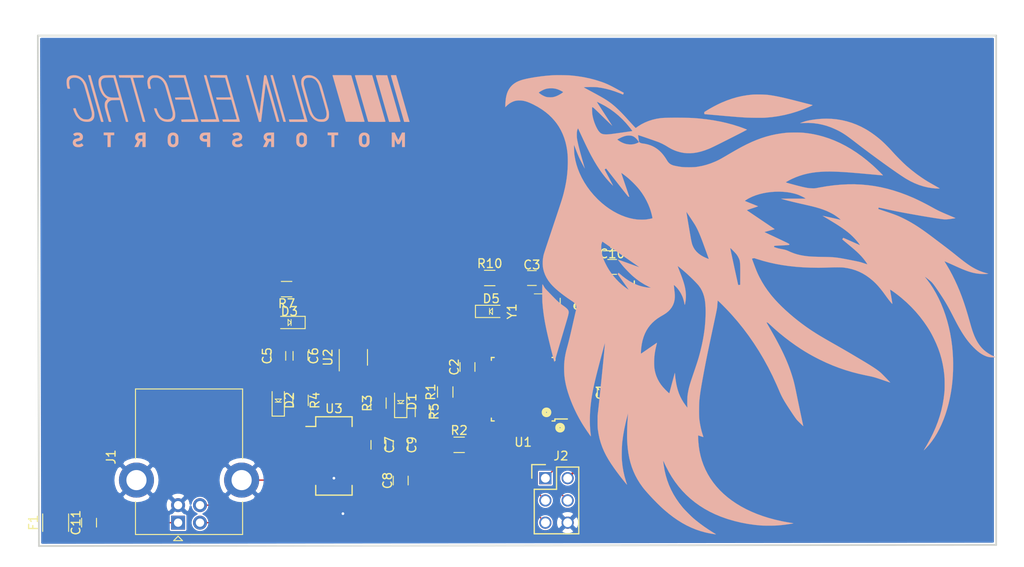
<source format=kicad_pcb>
(kicad_pcb (version 20171130) (host pcbnew 5.1.9-73d0e3b20d~88~ubuntu20.04.1)
  (layers (0 F.Cu signal) (31 B.Cu signal) (34 B.Paste user) (35 F.Paste user) (36 B.SilkS user) (37 F.SilkS user) (38 B.Mask user) (39 F.Mask user) (44 Edge.Cuts user))
  (net 0 "")
  (net 1 GND)
  (net 2 +5V)
  (net 3 "Net-(C2-Pad1)")
  (net 4 "Net-(C3-Pad1)")
  (net 5 "Net-(C4-Pad1)")
  (net 6 +3V3)
  (net 7 /3V3_FTDI)
  (net 8 "Net-(C11-Pad1)")
  (net 9 /MISO)
  (net 10 /SCK)
  (net 11 /MOSI)
  (net 12 /RESET)
  (net 13 "Net-(D1-Pad2)")
  (net 14 "Net-(D2-Pad2)")
  (net 15 "Net-(R5-Pad1)")
  (net 16 "Net-(R6-Pad1)")
  (net 17 "Net-(D3-Pad1)")
  (net 18 "Net-(D4-Pad1)")
  (net 19 /CAN_+)
  (net 20 /CAN_-)
  (net 21 "Net-(D5-Pad1)")
  (net 22 "Net-(U1-Pad3)")
  (net 23 /CAN_TX)
  (net 24 /CAN_RX)
  (net 25 "Net-(U1-Pad8)")
  (net 26 "Net-(U1-Pad9)")
  (net 27 "Net-(U1-Pad13)")
  (net 28 "Net-(U1-Pad14)")
  (net 29 "Net-(U1-Pad15)")
  (net 30 "Net-(U1-Pad16)")
  (net 31 "Net-(U1-Pad17)")
  (net 32 "Net-(U1-Pad18)")
  (net 33 "Net-(U1-Pad21)")
  (net 34 "Net-(U1-Pad22)")
  (net 35 "Net-(U1-Pad23)")
  (net 36 "Net-(U1-Pad24)")
  (net 37 "Net-(U1-Pad25)")
  (net 38 "Net-(U1-Pad26)")
  (net 39 "Net-(U1-Pad27)")
  (net 40 "Net-(U1-Pad28)")
  (net 41 "Net-(U1-Pad29)")
  (net 42 "Net-(U1-Pad30)")
  (net 43 "Net-(U1-Pad32)")
  (net 44 "Net-(U2-Pad4)")
  (net 45 "Net-(U3-Pad1)")
  (net 46 "Net-(U3-Pad2)")
  (net 47 "Net-(U3-Pad5)")
  (net 48 "Net-(U3-Pad7)")
  (net 49 "Net-(U3-Pad8)")
  (net 50 "Net-(U3-Pad9)")
  (net 51 "Net-(D2-Pad1)")
  (net 52 /USBD+)
  (net 53 /USBD-)
  (net 54 "Net-(D1-Pad1)")
  (net 55 "Net-(U3-Pad18)")
  (net 56 "Net-(U3-Pad19)")
  (net 57 "Net-(U4-Pad5)")
  (module footprints:LED_0805_OEM (layer F.Cu) (at 127 109.22 180)
    (fp_text reference D3 (at 0 1.27) (layer F.SilkS))
    (fp_text value 3V3_LED hide)
    (pad 1 smd rect (at -1.1 0) (size 1.2 1.2) (layers F.Cu F.Paste F.Mask) (net 17 "Net-(D3-Pad1)"))
    (pad 2 smd rect (at 1.1 0) (size 1.2 1.2) (layers F.Cu F.Paste F.Mask) (net 6 +3V3))
  )
  (module footprints:LED_0805_OEM (layer F.Cu) (at 139.7 118.28 90)
    (fp_text reference D1 (at 0 1.27 90) (layer F.SilkS))
    (fp_text value Rx_LED hide)
    (pad 1 smd rect (at -1.1 0 270) (size 1.2 1.2) (layers F.Cu F.Paste F.Mask) (net 54 "Net-(D1-Pad1)"))
    (pad 2 smd rect (at 1.1 0 270) (size 1.2 1.2) (layers F.Cu F.Paste F.Mask) (net 13 "Net-(D1-Pad2)"))
  )
  (module footprints:LED_0805_OEM (layer F.Cu) (at 163.83 100.33 180)
    (fp_text reference D4 (at 0 1.27) (layer F.SilkS))
    (fp_text value 5V_LED hide)
    (pad 1 smd rect (at -1.1 0) (size 1.2 1.2) (layers F.Cu F.Paste F.Mask) (net 18 "Net-(D4-Pad1)"))
    (pad 2 smd rect (at 1.1 0) (size 1.2 1.2) (layers F.Cu F.Paste F.Mask) (net 2 +5V))
  )
  (module footprints:LED_0805_OEM (layer F.Cu) (at 150.03 107.95)
    (fp_text reference D5 (at 0 -1.45) (layer F.SilkS))
    (fp_text value SCK_LED hide)
    (pad 1 smd rect (at -1.1 0 180) (size 1.2 1.2) (layers F.Cu F.Paste F.Mask) (net 21 "Net-(D5-Pad1)"))
    (pad 2 smd rect (at 1.1 0 180) (size 1.2 1.2) (layers F.Cu F.Paste F.Mask) (net 10 /SCK))
  )
  (module footprints:LED_0805_OEM (layer F.Cu) (at 125.73 118.11 90)
    (fp_text reference D2 (at 0 1.27 90) (layer F.SilkS))
    (fp_text value Tx_LED hide)
    (pad 1 smd rect (at -1.1 0 270) (size 1.2 1.2) (layers F.Cu F.Paste F.Mask) (net 51 "Net-(D2-Pad1)"))
    (pad 2 smd rect (at 1.1 0 270) (size 1.2 1.2) (layers F.Cu F.Paste F.Mask) (net 14 "Net-(D2-Pad2)"))
  )
  (module footprints:C_0805_OEM (layer F.Cu) (at 163.83 102.87)
    (fp_text reference C10 (at 0 -1.5) (layer F.SilkS))
    (fp_text value C_0.1uF hide)
    (pad 1 smd rect (at -1 0) (size 1 1.25) (layers F.Cu F.Paste F.Mask) (net 2 +5V))
    (pad 2 smd rect (at 1 0) (size 1 1.25) (layers F.Cu F.Paste F.Mask) (net 1 GND))
  )
  (module footprints:R_0805_OEM (layer F.Cu) (at 149.86 104.14)
    (fp_text reference R10 (at 0 -1.65) (layer F.SilkS))
    (fp_text value R_1K hide)
    (pad 2 smd rect (at 0.95 0) (size 0.7 1.3) (layers F.Cu F.Paste F.Mask) (net 1 GND))
    (pad 1 smd rect (at -0.95 0) (size 0.7 1.3) (layers F.Cu F.Paste F.Mask) (net 21 "Net-(D5-Pad1)"))
  )
  (module footprints:R_0805_OEM (layer F.Cu) (at 163.83 113.03 180)
    (fp_text reference R9 (at 0 -1.65) (layer F.SilkS))
    (fp_text value R_120_DNP hide)
    (pad 1 smd rect (at -0.95 0 180) (size 0.7 1.3) (layers F.Cu F.Paste F.Mask) (net 19 /CAN_+))
    (pad 2 smd rect (at 0.95 0 180) (size 0.7 1.3) (layers F.Cu F.Paste F.Mask) (net 20 /CAN_-))
  )
  (module Package_SO:SSOP-20_3.9x8.7mm_P0.635mm (layer F.Cu) (at 132.08 124.46)
    (fp_text reference U3 (at 0 -5.4) (layer F.SilkS))
    (fp_text value FT231XS)
    (pad 1 smd rect (at -2.6 -2.8575) (size 1.2 0.4) (layers F.Cu F.Paste F.Mask) (net 45 "Net-(U3-Pad1)"))
    (pad 2 smd rect (at -2.6 -2.2225) (size 1.2 0.4) (layers F.Cu F.Paste F.Mask) (net 46 "Net-(U3-Pad2)"))
    (pad 3 smd rect (at -2.6 -1.5875) (size 1.2 0.4) (layers F.Cu F.Paste F.Mask) (net 7 /3V3_FTDI))
    (pad 4 smd rect (at -2.6 -0.9525) (size 1.2 0.4) (layers F.Cu F.Paste F.Mask) (net 16 "Net-(R6-Pad1)"))
    (pad 5 smd rect (at -2.6 -0.3175) (size 1.2 0.4) (layers F.Cu F.Paste F.Mask) (net 47 "Net-(U3-Pad5)"))
    (pad 6 smd rect (at -2.6 0.3175) (size 1.2 0.4) (layers F.Cu F.Paste F.Mask) (net 1 GND))
    (pad 7 smd rect (at -2.6 0.9525) (size 1.2 0.4) (layers F.Cu F.Paste F.Mask) (net 48 "Net-(U3-Pad7)"))
    (pad 8 smd rect (at -2.6 1.5875) (size 1.2 0.4) (layers F.Cu F.Paste F.Mask) (net 49 "Net-(U3-Pad8)"))
    (pad 9 smd rect (at -2.6 2.2225) (size 1.2 0.4) (layers F.Cu F.Paste F.Mask) (net 50 "Net-(U3-Pad9)"))
    (pad 10 smd rect (at -2.6 2.8575) (size 1.2 0.4) (layers F.Cu F.Paste F.Mask) (net 51 "Net-(D2-Pad1)"))
    (pad 11 smd rect (at 2.6 2.8575) (size 1.2 0.4) (layers F.Cu F.Paste F.Mask) (net 52 /USBD+))
    (pad 12 smd rect (at 2.6 2.2225) (size 1.2 0.4) (layers F.Cu F.Paste F.Mask) (net 53 /USBD-))
    (pad 13 smd rect (at 2.6 1.5875) (size 1.2 0.4) (layers F.Cu F.Paste F.Mask) (net 7 /3V3_FTDI))
    (pad 14 smd rect (at 2.6 0.9525) (size 1.2 0.4) (layers F.Cu F.Paste F.Mask) (net 7 /3V3_FTDI))
    (pad 15 smd rect (at 2.6 0.3175) (size 1.2 0.4) (layers F.Cu F.Paste F.Mask) (net 2 +5V))
    (pad 16 smd rect (at 2.6 -0.3175) (size 1.2 0.4) (layers F.Cu F.Paste F.Mask) (net 1 GND))
    (pad 17 smd rect (at 2.6 -0.9525) (size 1.2 0.4) (layers F.Cu F.Paste F.Mask) (net 54 "Net-(D1-Pad1)"))
    (pad 18 smd rect (at 2.6 -1.5875) (size 1.2 0.4) (layers F.Cu F.Paste F.Mask) (net 55 "Net-(U3-Pad18)"))
    (pad 19 smd rect (at 2.6 -2.2225) (size 1.2 0.4) (layers F.Cu F.Paste F.Mask) (net 56 "Net-(U3-Pad19)"))
    (pad 20 smd rect (at 2.6 -2.8575) (size 1.2 0.4) (layers F.Cu F.Paste F.Mask) (net 15 "Net-(R5-Pad1)"))
  )
  (module footprints:R_0805_OEM (layer F.Cu) (at 167.64 101.28 270)
    (fp_text reference R8 (at 0 -1.65 90) (layer F.SilkS))
    (fp_text value R_1K hide)
    (pad 1 smd rect (at -0.95 0 270) (size 0.7 1.3) (layers F.Cu F.Paste F.Mask) (net 18 "Net-(D4-Pad1)"))
    (pad 2 smd rect (at 0.95 0 270) (size 0.7 1.3) (layers F.Cu F.Paste F.Mask) (net 1 GND))
  )
  (module Connector_USB:USB_B_Lumberg_2411_02_Horizontal (layer F.Cu) (at 114.3 132.08 90)
    (fp_text reference J1 (at 7.5 -7.65 90) (layer F.SilkS))
    (fp_text value USB_B)
    (pad 5 thru_hole circle (at 4.86 -4.75 180) (size 4 4) (drill 2.3) (layers *.Cu *.Mask) (net 1 GND))
    (pad 5 thru_hole circle (at 4.86 7.25 180) (size 4 4) (drill 2.3) (layers *.Cu *.Mask) (net 1 GND))
    (pad 4 thru_hole circle (at 2 0 180) (size 1.6 1.6) (drill 0.95) (layers *.Cu *.Mask) (net 1 GND))
    (pad 3 thru_hole circle (at 2 2.5 180) (size 1.6 1.6) (drill 0.95) (layers *.Cu *.Mask) (net 53 /USBD-))
    (pad 2 thru_hole circle (at 0 2.5 180) (size 1.6 1.6) (drill 0.95) (layers *.Cu *.Mask) (net 52 /USBD+))
    (pad 1 thru_hole rect (at 0 0 180) (size 1.6 1.6) (drill 0.95) (layers *.Cu *.Mask) (net 8 "Net-(C11-Pad1)"))
  )
  (module footprints:R_0805_OEM (layer F.Cu) (at 126.68 105.41 180)
    (fp_text reference R7 (at 0 -1.65) (layer F.SilkS))
    (fp_text value R_1K hide)
    (pad 2 smd rect (at 0.95 0 180) (size 0.7 1.3) (layers F.Cu F.Paste F.Mask) (net 1 GND))
    (pad 1 smd rect (at -0.95 0 180) (size 0.7 1.3) (layers F.Cu F.Paste F.Mask) (net 17 "Net-(D3-Pad1)"))
  )
  (module footprints:R_0805_OEM (layer F.Cu) (at 142.24 119.38 90)
    (fp_text reference R5 (at 0 1.27 90) (layer F.SilkS))
    (fp_text value R_1K hide)
    (pad 1 smd rect (at -0.95 0 90) (size 0.7 1.3) (layers F.Cu F.Paste F.Mask) (net 15 "Net-(R5-Pad1)"))
    (pad 2 smd rect (at 0.95 0 90) (size 0.7 1.3) (layers F.Cu F.Paste F.Mask) (net 10 /SCK))
  )
  (module footprints:R_0805_OEM (layer F.Cu) (at 144.78 117.16 90)
    (fp_text reference R1 (at 0 -1.65 90) (layer F.SilkS))
    (fp_text value R_100 hide)
    (pad 1 smd rect (at -0.95 0 90) (size 0.7 1.3) (layers F.Cu F.Paste F.Mask) (net 2 +5V))
    (pad 2 smd rect (at 0.95 0 90) (size 0.7 1.3) (layers F.Cu F.Paste F.Mask) (net 3 "Net-(C2-Pad1)"))
  )
  (module footprints:C_0805_OEM (layer F.Cu) (at 139.7 123.19 90)
    (fp_text reference C9 (at 0 1.27 90) (layer F.SilkS))
    (fp_text value C_10uF hide)
    (pad 1 smd rect (at -1 0 90) (size 1 1.25) (layers F.Cu F.Paste F.Mask) (net 2 +5V))
    (pad 2 smd rect (at 1 0 90) (size 1 1.25) (layers F.Cu F.Paste F.Mask) (net 1 GND))
  )
  (module footprints:C_0805_OEM (layer F.Cu) (at 125.73 113.03 270)
    (fp_text reference C5 (at 0 1.27 90) (layer F.SilkS))
    (fp_text value C_10uF hide)
    (pad 2 smd rect (at 1 0 270) (size 1 1.25) (layers F.Cu F.Paste F.Mask) (net 1 GND))
    (pad 1 smd rect (at -1 0 270) (size 1 1.25) (layers F.Cu F.Paste F.Mask) (net 6 +3V3))
  )
  (module footprints:R_0805_OEM (layer F.Cu) (at 128.27 118.11 270)
    (fp_text reference R4 (at 0 -1.65 90) (layer F.SilkS))
    (fp_text value R_1K hide)
    (pad 2 smd rect (at 0.95 0 270) (size 0.7 1.3) (layers F.Cu F.Paste F.Mask) (net 2 +5V))
    (pad 1 smd rect (at -0.95 0 270) (size 0.7 1.3) (layers F.Cu F.Paste F.Mask) (net 14 "Net-(D2-Pad2)"))
  )
  (module footprints:C_0805_OEM (layer F.Cu) (at 137.16 123.19 90)
    (fp_text reference C7 (at 0 1.27 90) (layer F.SilkS))
    (fp_text value C_0.1uF hide)
    (pad 2 smd rect (at 1 0 90) (size 1 1.25) (layers F.Cu F.Paste F.Mask) (net 1 GND))
    (pad 1 smd rect (at -1 0 90) (size 1 1.25) (layers F.Cu F.Paste F.Mask) (net 2 +5V))
  )
  (module footprints:C_0805_OEM (layer F.Cu) (at 104.14 132.08 90)
    (fp_text reference C11 (at 0 -1.5 90) (layer F.SilkS))
    (fp_text value C_0.1uF hide)
    (pad 2 smd rect (at 1 0 90) (size 1 1.25) (layers F.Cu F.Paste F.Mask) (net 1 GND))
    (pad 1 smd rect (at -1 0 90) (size 1 1.25) (layers F.Cu F.Paste F.Mask) (net 8 "Net-(C11-Pad1)"))
  )
  (module Package_TO_SOT_SMD:SOT-23-5 (layer F.Cu) (at 134.3 113.2 90)
    (fp_text reference U2 (at 0 -2.9 90) (layer F.SilkS))
    (fp_text value MIC5205-3.3YM5)
    (pad 1 smd rect (at -1.1 -0.95 90) (size 1.06 0.65) (layers F.Cu F.Paste F.Mask) (net 2 +5V))
    (pad 2 smd rect (at -1.1 0 90) (size 1.06 0.65) (layers F.Cu F.Paste F.Mask) (net 1 GND))
    (pad 3 smd rect (at -1.1 0.95 90) (size 1.06 0.65) (layers F.Cu F.Paste F.Mask) (net 2 +5V))
    (pad 4 smd rect (at 1.1 0.95 90) (size 1.06 0.65) (layers F.Cu F.Paste F.Mask) (net 44 "Net-(U2-Pad4)"))
    (pad 5 smd rect (at 1.1 -0.95 90) (size 1.06 0.65) (layers F.Cu F.Paste F.Mask) (net 6 +3V3))
  )
  (module footprints:C_0805_OEM (layer F.Cu) (at 128.27 113.03 270)
    (fp_text reference C6 (at 0 -1.5 90) (layer F.SilkS))
    (fp_text value C_0.1uF hide)
    (pad 1 smd rect (at -1 0 270) (size 1 1.25) (layers F.Cu F.Paste F.Mask) (net 6 +3V3))
    (pad 2 smd rect (at 1 0 270) (size 1 1.25) (layers F.Cu F.Paste F.Mask) (net 1 GND))
  )
  (module footprints:C_0805_OEM (layer F.Cu) (at 139.7 127.27 90)
    (fp_text reference C8 (at 0 -1.5 90) (layer F.SilkS))
    (fp_text value C_0.1uF hide)
    (pad 1 smd rect (at -1 0 90) (size 1 1.25) (layers F.Cu F.Paste F.Mask) (net 7 /3V3_FTDI))
    (pad 2 smd rect (at 1 0 90) (size 1 1.25) (layers F.Cu F.Paste F.Mask) (net 1 GND))
  )
  (module footprints:Pin_Header_Straight_2x03 (layer F.Cu) (at 156.21 127)
    (fp_text reference J2 (at 1.778 -2.54) (layer F.SilkS))
    (fp_text value CONN_02X03 hide)
    (pad 1 thru_hole rect (at 0 0) (size 1.4 1.4) (drill 1.016) (layers *.Cu *.Mask) (net 9 /MISO))
    (pad 2 thru_hole circle (at 2.54 0) (size 1.4 1.4) (drill 1.016) (layers *.Cu *.Mask) (net 2 +5V))
    (pad 3 thru_hole circle (at 0 2.54) (size 1.4 1.4) (drill 1.016) (layers *.Cu *.Mask) (net 10 /SCK))
    (pad 4 thru_hole circle (at 2.54 2.54) (size 1.4 1.4) (drill 1.016) (layers *.Cu *.Mask) (net 11 /MOSI))
    (pad 5 thru_hole circle (at 0 5.08) (size 1.4 1.4) (drill 1.016) (layers *.Cu *.Mask) (net 12 /RESET))
    (pad 6 thru_hole circle (at 2.54 5.08) (size 1.4 1.4) (drill 1.016) (layers *.Cu *.Mask) (net 1 GND))
  )
  (module footprints:C_0805_OEM (layer F.Cu) (at 158.75 106.95 90)
    (fp_text reference C4 (at 0 1.27 90) (layer F.SilkS))
    (fp_text value C_30pF hide)
    (pad 2 smd rect (at 1 0 90) (size 1 1.25) (layers F.Cu F.Paste F.Mask) (net 1 GND))
    (pad 1 smd rect (at -1 0 90) (size 1 1.25) (layers F.Cu F.Paste F.Mask) (net 5 "Net-(C4-Pad1)"))
  )
  (module footprints:Fuse_1210 (layer F.Cu) (at 100.33 132.08 270)
    (fp_text reference F1 (at 0 2.54 90) (layer F.SilkS))
    (fp_text value F_500mA_16V hide)
    (pad 1 smd rect (at -1.45 0 270) (size 0.9 2.5) (layers F.Cu F.Paste F.Mask) (net 2 +5V))
    (pad 2 smd rect (at 1.45 0 270) (size 0.9 2.5) (layers F.Cu F.Paste F.Mask) (net 8 "Net-(C11-Pad1)"))
  )
  (module footprints:R_0805_OEM (layer F.Cu) (at 163.83 117.16 270)
    (fp_text reference R6 (at 0 -1.65 90) (layer F.SilkS))
    (fp_text value R_1K hide)
    (pad 2 smd rect (at 0.95 0 270) (size 0.7 1.3) (layers F.Cu F.Paste F.Mask) (net 11 /MOSI))
    (pad 1 smd rect (at -0.95 0 270) (size 0.7 1.3) (layers F.Cu F.Paste F.Mask) (net 16 "Net-(R6-Pad1)"))
  )
  (module footprints:R_0805_OEM (layer F.Cu) (at 146.37 123.19)
    (fp_text reference R2 (at 0 -1.65) (layer F.SilkS))
    (fp_text value R_10K hide)
    (pad 2 smd rect (at 0.95 0) (size 0.7 1.3) (layers F.Cu F.Paste F.Mask) (net 12 /RESET))
    (pad 1 smd rect (at -0.95 0) (size 0.7 1.3) (layers F.Cu F.Paste F.Mask) (net 2 +5V))
  )
  (module footprints:Crystal_SMD_FA238 (layer F.Cu) (at 154.94 107.95 270)
    (fp_text reference Y1 (at 0 2.54 90) (layer F.SilkS))
    (fp_text value Crystal_SMD hide)
    (pad 1 smd rect (at -1.1 0.8 270) (size 1.4 1.2) (layers F.Cu F.Mask) (net 4 "Net-(C3-Pad1)"))
    (pad 2 smd rect (at 1.1 0.8 270) (size 1.4 1.2) (layers F.Cu F.Mask) (net 1 GND))
    (pad 3 smd rect (at 1.1 -0.8 270) (size 1.4 1.2) (layers F.Cu F.Mask) (net 5 "Net-(C4-Pad1)"))
    (pad 4 smd rect (at -1.1 -0.8 270) (size 1.4 1.2) (layers F.Cu F.Mask) (net 1 GND))
  )
  (module footprints:TQFP-32_7x7mm_Pitch0.8mm (layer F.Cu) (at 153.67 116.84 180)
    (fp_text reference U1 (at 0 -6.05) (layer F.SilkS))
    (fp_text value ATMEGA16M1 hide)
    (pad 1 smd rect (at -4.25 -2.8 180) (size 1.6 0.55) (layers F.Cu F.Paste F.Mask) (net 9 /MISO))
    (pad 2 smd rect (at -4.25 -2 180) (size 1.6 0.55) (layers F.Cu F.Paste F.Mask) (net 11 /MOSI))
    (pad 3 smd rect (at -4.25 -1.2 180) (size 1.6 0.55) (layers F.Cu F.Paste F.Mask) (net 22 "Net-(U1-Pad3)"))
    (pad 4 smd rect (at -4.25 -0.4 180) (size 1.6 0.55) (layers F.Cu F.Paste F.Mask) (net 2 +5V))
    (pad 5 smd rect (at -4.25 0.4 180) (size 1.6 0.55) (layers F.Cu F.Paste F.Mask) (net 1 GND))
    (pad 6 smd rect (at -4.25 1.2 180) (size 1.6 0.55) (layers F.Cu F.Paste F.Mask) (net 23 /CAN_TX))
    (pad 7 smd rect (at -4.25 2 180) (size 1.6 0.55) (layers F.Cu F.Paste F.Mask) (net 24 /CAN_RX))
    (pad 8 smd rect (at -4.25 2.8 180) (size 1.6 0.55) (layers F.Cu F.Paste F.Mask) (net 25 "Net-(U1-Pad8)"))
    (pad 9 smd rect (at -2.8 4.25 270) (size 1.6 0.55) (layers F.Cu F.Paste F.Mask) (net 26 "Net-(U1-Pad9)"))
    (pad 10 smd rect (at -2 4.25 270) (size 1.6 0.55) (layers F.Cu F.Paste F.Mask) (net 5 "Net-(C4-Pad1)"))
    (pad 11 smd rect (at -1.2 4.25 270) (size 1.6 0.55) (layers F.Cu F.Paste F.Mask) (net 4 "Net-(C3-Pad1)"))
    (pad 12 smd rect (at -0.4 4.25 270) (size 1.6 0.55) (layers F.Cu F.Paste F.Mask) (net 10 /SCK))
    (pad 13 smd rect (at 0.4 4.25 270) (size 1.6 0.55) (layers F.Cu F.Paste F.Mask) (net 27 "Net-(U1-Pad13)"))
    (pad 14 smd rect (at 1.2 4.25 270) (size 1.6 0.55) (layers F.Cu F.Paste F.Mask) (net 28 "Net-(U1-Pad14)"))
    (pad 15 smd rect (at 2 4.25 270) (size 1.6 0.55) (layers F.Cu F.Paste F.Mask) (net 29 "Net-(U1-Pad15)"))
    (pad 16 smd rect (at 2.8 4.25 270) (size 1.6 0.55) (layers F.Cu F.Paste F.Mask) (net 30 "Net-(U1-Pad16)"))
    (pad 17 smd rect (at 4.25 2.8 180) (size 1.6 0.55) (layers F.Cu F.Paste F.Mask) (net 31 "Net-(U1-Pad17)"))
    (pad 18 smd rect (at 4.25 2 180) (size 1.6 0.55) (layers F.Cu F.Paste F.Mask) (net 32 "Net-(U1-Pad18)"))
    (pad 19 smd rect (at 4.25 1.2 180) (size 1.6 0.55) (layers F.Cu F.Paste F.Mask) (net 3 "Net-(C2-Pad1)"))
    (pad 20 smd rect (at 4.25 0.4 180) (size 1.6 0.55) (layers F.Cu F.Paste F.Mask) (net 1 GND))
    (pad 21 smd rect (at 4.25 -0.4 180) (size 1.6 0.55) (layers F.Cu F.Paste F.Mask) (net 33 "Net-(U1-Pad21)"))
    (pad 22 smd rect (at 4.25 -1.2 180) (size 1.6 0.55) (layers F.Cu F.Paste F.Mask) (net 34 "Net-(U1-Pad22)"))
    (pad 23 smd rect (at 4.25 -2 180) (size 1.6 0.55) (layers F.Cu F.Paste F.Mask) (net 35 "Net-(U1-Pad23)"))
    (pad 24 smd rect (at 4.25 -2.8 180) (size 1.6 0.55) (layers F.Cu F.Paste F.Mask) (net 36 "Net-(U1-Pad24)"))
    (pad 25 smd rect (at 2.8 -4.25 270) (size 1.6 0.55) (layers F.Cu F.Paste F.Mask) (net 37 "Net-(U1-Pad25)"))
    (pad 26 smd rect (at 2 -4.25 270) (size 1.6 0.55) (layers F.Cu F.Paste F.Mask) (net 38 "Net-(U1-Pad26)"))
    (pad 27 smd rect (at 1.2 -4.25 270) (size 1.6 0.55) (layers F.Cu F.Paste F.Mask) (net 39 "Net-(U1-Pad27)"))
    (pad 28 smd rect (at 0.4 -4.25 270) (size 1.6 0.55) (layers F.Cu F.Paste F.Mask) (net 40 "Net-(U1-Pad28)"))
    (pad 29 smd rect (at -0.4 -4.25 270) (size 1.6 0.55) (layers F.Cu F.Paste F.Mask) (net 41 "Net-(U1-Pad29)"))
    (pad 30 smd rect (at -1.2 -4.25 270) (size 1.6 0.55) (layers F.Cu F.Paste F.Mask) (net 42 "Net-(U1-Pad30)"))
    (pad 31 smd rect (at -2 -4.25 270) (size 1.6 0.55) (layers F.Cu F.Paste F.Mask) (net 12 /RESET))
    (pad 32 smd rect (at -2.8 -4.25 270) (size 1.6 0.55) (layers F.Cu F.Paste F.Mask) (net 43 "Net-(U1-Pad32)"))
  )
  (module footprints:C_0805_OEM (layer F.Cu) (at 147.32 114.3 90)
    (fp_text reference C2 (at 0 -1.5 90) (layer F.SilkS))
    (fp_text value C_100pF hide)
    (pad 1 smd rect (at -1 0 90) (size 1 1.25) (layers F.Cu F.Paste F.Mask) (net 3 "Net-(C2-Pad1)"))
    (pad 2 smd rect (at 1 0 90) (size 1 1.25) (layers F.Cu F.Paste F.Mask) (net 1 GND))
  )
  (module footprints:C_0805_OEM (layer F.Cu) (at 161.29 117.11 90)
    (fp_text reference C1 (at 0 1.27 90) (layer F.SilkS))
    (fp_text value C_0.1uF hide)
    (pad 1 smd rect (at -1 0 90) (size 1 1.25) (layers F.Cu F.Paste F.Mask) (net 2 +5V))
    (pad 2 smd rect (at 1 0 90) (size 1 1.25) (layers F.Cu F.Paste F.Mask) (net 1 GND))
  )
  (module footprints:SOIC-8_3.9x4.9mm_Pitch1.27mm_OEM (layer F.Cu) (at 163.83 107.95 270)
    (fp_text reference U4 (at 0 -3.5 90) (layer F.SilkS))
    (fp_text value MCP2561-E_SN hide)
    (pad 1 smd rect (at -2.7 -1.905 270) (size 1.55 0.6) (layers F.Cu F.Paste F.Mask) (net 23 /CAN_TX))
    (pad 2 smd rect (at -2.7 -0.635 270) (size 1.55 0.6) (layers F.Cu F.Paste F.Mask) (net 1 GND))
    (pad 3 smd rect (at -2.7 0.635 270) (size 1.55 0.6) (layers F.Cu F.Paste F.Mask) (net 2 +5V))
    (pad 4 smd rect (at -2.7 1.905 270) (size 1.55 0.6) (layers F.Cu F.Paste F.Mask) (net 24 /CAN_RX))
    (pad 5 smd rect (at 2.7 1.905 270) (size 1.55 0.6) (layers F.Cu F.Paste F.Mask) (net 57 "Net-(U4-Pad5)"))
    (pad 6 smd rect (at 2.7 0.635 270) (size 1.55 0.6) (layers F.Cu F.Paste F.Mask) (net 20 /CAN_-))
    (pad 7 smd rect (at 2.7 -0.635 270) (size 1.55 0.6) (layers F.Cu F.Paste F.Mask) (net 19 /CAN_+))
    (pad 8 smd rect (at 2.7 -1.905 270) (size 1.55 0.6) (layers F.Cu F.Paste F.Mask) (net 1 GND))
  )
  (module footprints:C_0805_OEM (layer F.Cu) (at 154.67 104.14)
    (fp_text reference C3 (at 0 -1.5) (layer F.SilkS))
    (fp_text value C_30pF hide)
    (pad 2 smd rect (at 1 0) (size 1 1.25) (layers F.Cu F.Paste F.Mask) (net 1 GND))
    (pad 1 smd rect (at -1 0) (size 1 1.25) (layers F.Cu F.Paste F.Mask) (net 4 "Net-(C3-Pad1)"))
  )
  (module footprints:R_0805_OEM (layer F.Cu) (at 137.16 118.43 270)
    (fp_text reference R3 (at 0 1.27 90) (layer F.SilkS))
    (fp_text value R_1K hide)
    (pad 1 smd rect (at -0.95 0 270) (size 0.7 1.3) (layers F.Cu F.Paste F.Mask) (net 13 "Net-(D1-Pad2)"))
    (pad 2 smd rect (at 0.95 0 270) (size 0.7 1.3) (layers F.Cu F.Paste F.Mask) (net 2 +5V))
  )
  (module footprints:Logo_Large (layer B.Cu) (at 121.158 85.09 180)
    (fp_text reference G*** hide)
    (fp_text value LOGO hide)
  )
  (module footprints:phoenix (layer B.Cu) (at 179.578 107.188 180)
    (fp_text reference G*** hide)
    (fp_text value LOGO hide)
  )
  (gr_line (start 98.425 134.747) (end 98.298 76.454) (layer Edge.Cuts) (width 0.2))
  (gr_line (start 207.645 134.62) (end 98.425 134.747) (layer Edge.Cuts) (width 0.2))
  (gr_line (start 207.645 76.454) (end 207.645 134.62) (layer Edge.Cuts) (width 0.2))
  (gr_line (start 98.298 76.454) (end 207.645 76.454) (layer Edge.Cuts) (width 0.2))
  (segment (start 105.69 131.08) (end 109.55 127.22) (width 0.1524) (layer F.Cu) (net 1))
  (segment (start 104.14 131.08) (end 105.69 131.08) (width 0.1524) (layer F.Cu) (net 1))
  (segment (start 165.47 102.23) (end 164.83 102.87) (width 0.1524) (layer F.Cu) (net 1))
  (segment (start 167.64 102.23) (end 165.47 102.23) (width 0.1524) (layer F.Cu) (net 1))
  (segment (start 164.83 104.885) (end 164.465 105.25) (width 0.1524) (layer F.Cu) (net 1))
  (segment (start 147.32 113.3) (end 147.32 113.03) (width 0.1524) (layer F.Cu) (net 1))
  (segment (start 157.85 106.85) (end 158.75 105.95) (width 0.1524) (layer F.Cu) (net 1))
  (segment (start 155.74 106.85) (end 157.85 106.85) (width 0.1524) (layer F.Cu) (net 1))
  (segment (start 166.263601 110.121399) (end 165.735 110.65) (width 0.1524) (layer F.Cu) (net 1))
  (segment (start 165.841482 103.87) (end 166.263601 104.292119) (width 0.1524) (layer F.Cu) (net 1))
  (segment (start 164.83 103.87) (end 165.841482 103.87) (width 0.1524) (layer F.Cu) (net 1))
  (segment (start 164.83 102.87) (end 164.83 103.87) (width 0.1524) (layer F.Cu) (net 1))
  (segment (start 166.263601 104.292119) (end 166.263601 110.121399) (width 0.1524) (layer F.Cu) (net 1))
  (segment (start 164.83 103.87) (end 164.83 104.885) (width 0.1524) (layer F.Cu) (net 1))
  (segment (start 159.603601 106.803601) (end 158.75 105.95) (width 0.1524) (layer F.Cu) (net 1))
  (segment (start 159.603601 110.942881) (end 159.603601 106.803601) (width 0.1524) (layer F.Cu) (net 1))
  (segment (start 156.21 114.336482) (end 159.603601 110.942881) (width 0.1524) (layer F.Cu) (net 1))
  (segment (start 156.21 115.416482) (end 156.21 114.336482) (width 0.1524) (layer F.Cu) (net 1))
  (segment (start 157.233518 116.44) (end 156.21 115.416482) (width 0.1524) (layer F.Cu) (net 1))
  (segment (start 157.92 116.44) (end 157.233518 116.44) (width 0.1524) (layer F.Cu) (net 1))
  (segment (start 160.1776 103.87) (end 164.83 103.87) (width 0.1524) (layer F.Cu) (net 1))
  (segment (start 158.75 105.2976) (end 160.1776 103.87) (width 0.1524) (layer F.Cu) (net 1))
  (segment (start 158.75 105.95) (end 158.75 105.2976) (width 0.1524) (layer F.Cu) (net 1))
  (segment (start 160.96 116.44) (end 161.29 116.11) (width 0.1524) (layer F.Cu) (net 1))
  (segment (start 157.92 116.44) (end 160.96 116.44) (width 0.1524) (layer F.Cu) (net 1))
  (segment (start 155.67 106.78) (end 155.74 106.85) (width 0.1524) (layer F.Cu) (net 1))
  (segment (start 155.67 104.14) (end 155.67 106.78) (width 0.1524) (layer F.Cu) (net 1))
  (segment (start 154.816399 103.286399) (end 155.67 104.14) (width 0.1524) (layer F.Cu) (net 1))
  (segment (start 151.663601 103.286399) (end 154.816399 103.286399) (width 0.1524) (layer F.Cu) (net 1))
  (segment (start 150.81 104.14) (end 151.663601 103.286399) (width 0.1524) (layer F.Cu) (net 1))
  (segment (start 154.14 108.55) (end 154.14 109.05) (width 0.1524) (layer F.Cu) (net 1))
  (segment (start 155.74 106.95) (end 154.14 108.55) (width 0.1524) (layer F.Cu) (net 1))
  (segment (start 155.74 106.85) (end 155.74 106.95) (width 0.1524) (layer F.Cu) (net 1))
  (segment (start 150.166482 113.3) (end 147.32 113.3) (width 0.1524) (layer F.Cu) (net 1))
  (segment (start 151.13 114.263518) (end 150.166482 113.3) (width 0.1524) (layer F.Cu) (net 1))
  (segment (start 151.13 115.6824) (end 151.13 114.263518) (width 0.1524) (layer F.Cu) (net 1))
  (segment (start 150.3724 116.44) (end 151.13 115.6824) (width 0.1524) (layer F.Cu) (net 1))
  (segment (start 149.42 116.44) (end 150.3724 116.44) (width 0.1524) (layer F.Cu) (net 1))
  (segment (start 137.16 122.19) (end 139.7 122.19) (width 0.1524) (layer F.Cu) (net 1))
  (segment (start 140.553601 123.043601) (end 139.7 122.19) (width 0.1524) (layer F.Cu) (net 1))
  (segment (start 139.7 126.27) (end 140.553601 125.416399) (width 0.1524) (layer F.Cu) (net 1))
  (segment (start 124.876399 113.176399) (end 125.73 114.03) (width 0.1524) (layer F.Cu) (net 1))
  (segment (start 124.876399 106.263601) (end 124.876399 113.176399) (width 0.1524) (layer F.Cu) (net 1))
  (segment (start 125.73 105.41) (end 124.876399 106.263601) (width 0.1524) (layer F.Cu) (net 1))
  (segment (start 125.73 114.03) (end 128.27 114.03) (width 0.1524) (layer F.Cu) (net 1))
  (segment (start 134.3 113.6176) (end 134.3 114.3) (width 0.1524) (layer F.Cu) (net 1))
  (segment (start 134.223799 113.541399) (end 134.3 113.6176) (width 0.1524) (layer F.Cu) (net 1))
  (segment (start 128.758601 113.541399) (end 134.223799 113.541399) (width 0.1524) (layer F.Cu) (net 1))
  (segment (start 128.27 114.03) (end 128.758601 113.541399) (width 0.1524) (layer F.Cu) (net 1))
  (segment (start 121.55 127.22) (end 128.05 127.22) (width 0.1524) (layer F.Cu) (net 1))
  (segment (start 130.056482 124.7775) (end 129.48 124.7775) (width 0.1524) (layer F.Cu) (net 1))
  (segment (start 130.308601 125.029619) (end 130.056482 124.7775) (width 0.1524) (layer F.Cu) (net 1))
  (segment (start 130.308601 127.700381) (end 130.308601 125.029619) (width 0.1524) (layer F.Cu) (net 1))
  (segment (start 128.576101 127.746101) (end 130.262881 127.746101) (width 0.1524) (layer F.Cu) (net 1))
  (segment (start 128.05 127.22) (end 128.576101 127.746101) (width 0.1524) (layer F.Cu) (net 1))
  (segment (start 130.262881 127.746101) (end 130.308601 127.700381) (width 0.1524) (layer F.Cu) (net 1))
  (segment (start 148.733518 116.44) (end 149.42 116.44) (width 0.1524) (layer F.Cu) (net 1))
  (segment (start 148.333518 116.84) (end 148.733518 116.44) (width 0.1524) (layer F.Cu) (net 1))
  (segment (start 144.638518 116.84) (end 148.333518 116.84) (width 0.1524) (layer F.Cu) (net 1))
  (segment (start 143.901399 117.577119) (end 144.638518 116.84) (width 0.1524) (layer F.Cu) (net 1))
  (segment (start 140.553601 123.606399) (end 143.901399 120.258601) (width 0.1524) (layer F.Cu) (net 1))
  (segment (start 140.553601 125.416399) (end 140.553601 123.606399) (width 0.1524) (layer F.Cu) (net 1))
  (segment (start 143.901399 120.258601) (end 143.901399 117.577119) (width 0.1524) (layer F.Cu) (net 1))
  (segment (start 140.553601 123.606399) (end 140.553601 123.043601) (width 0.1524) (layer F.Cu) (net 1))
  (segment (start 136.2075 124.1425) (end 134.68 124.1425) (width 0.1524) (layer F.Cu) (net 1))
  (segment (start 136.306399 124.043601) (end 136.2075 124.1425) (width 0.1524) (layer F.Cu) (net 1))
  (segment (start 136.306399 123.043601) (end 136.306399 124.043601) (width 0.1524) (layer F.Cu) (net 1))
  (segment (start 137.16 122.19) (end 136.306399 123.043601) (width 0.1524) (layer F.Cu) (net 1))
  (segment (start 162.73 102.77) (end 162.83 102.87) (width 0.254) (layer F.Cu) (net 2))
  (segment (start 162.73 100.33) (end 162.73 102.77) (width 0.254) (layer F.Cu) (net 2))
  (segment (start 158.697922 117.24) (end 157.92 117.24) (width 0.254) (layer F.Cu) (net 2))
  (segment (start 160.42 117.24) (end 157.92 117.24) (width 0.254) (layer F.Cu) (net 2))
  (segment (start 161.29 118.11) (end 160.42 117.24) (width 0.254) (layer F.Cu) (net 2))
  (segment (start 164.099401 101.600599) (end 162.83 102.87) (width 0.254) (layer F.Cu) (net 2))
  (segment (start 168.569401 101.656479) (end 168.513521 101.600599) (width 0.254) (layer F.Cu) (net 2))
  (segment (start 168.569401 109.393521) (end 168.569401 101.656479) (width 0.254) (layer F.Cu) (net 2))
  (segment (start 166.258521 111.704401) (end 168.569401 109.393521) (width 0.254) (layer F.Cu) (net 2))
  (segment (start 168.513521 101.600599) (end 164.099401 101.600599) (width 0.254) (layer F.Cu) (net 2))
  (segment (start 165.211479 111.704401) (end 166.258521 111.704401) (width 0.254) (layer F.Cu) (net 2))
  (segment (start 165.155599 111.648521) (end 165.211479 111.704401) (width 0.254) (layer F.Cu) (net 2))
  (segment (start 165.155599 109.651479) (end 165.155599 111.648521) (width 0.254) (layer F.Cu) (net 2))
  (segment (start 163.195 107.69088) (end 165.155599 109.651479) (width 0.254) (layer F.Cu) (net 2))
  (segment (start 163.195 105.25) (end 163.195 107.69088) (width 0.254) (layer F.Cu) (net 2))
  (segment (start 162.194401 117.205599) (end 161.29 118.11) (width 0.254) (layer F.Cu) (net 2))
  (segment (start 162.194401 116.342677) (end 162.194401 117.205599) (width 0.254) (layer F.Cu) (net 2))
  (segment (start 162.956479 115.580599) (end 162.194401 116.342677) (width 0.254) (layer F.Cu) (net 2))
  (segment (start 166.258521 113.054401) (end 163.732323 115.580599) (width 0.254) (layer F.Cu) (net 2))
  (segment (start 163.732323 115.580599) (end 162.956479 115.580599) (width 0.254) (layer F.Cu) (net 2))
  (segment (start 166.258521 111.704401) (end 166.258521 113.054401) (width 0.254) (layer F.Cu) (net 2))
  (segment (start 128.27 119.06) (end 128.59 119.06) (width 0.254) (layer F.Cu) (net 2))
  (segment (start 137.16 118.982922) (end 137.16 119.38) (width 0.254) (layer F.Cu) (net 2))
  (segment (start 135.25 117.072922) (end 137.16 118.982922) (width 0.254) (layer F.Cu) (net 2))
  (segment (start 135.25 114.3) (end 135.25 117.072922) (width 0.254) (layer F.Cu) (net 2))
  (segment (start 164.428521 117.205599) (end 162.194401 117.205599) (width 0.254) (layer F.Cu) (net 2))
  (segment (start 164.759401 117.536479) (end 164.428521 117.205599) (width 0.254) (layer F.Cu) (net 2))
  (segment (start 164.759401 120.990599) (end 164.759401 117.536479) (width 0.254) (layer F.Cu) (net 2))
  (segment (start 158.75 127) (end 164.759401 120.990599) (width 0.254) (layer F.Cu) (net 2))
  (segment (start 138.43 126.627922) (end 138.43 124.46) (width 0.254) (layer F.Cu) (net 2))
  (segment (start 138.851479 127.049401) (end 138.43 126.627922) (width 0.254) (layer F.Cu) (net 2))
  (segment (start 139.43 124.46) (end 139.7 124.19) (width 0.254) (layer F.Cu) (net 2))
  (segment (start 141.560599 127.049401) (end 138.851479 127.049401) (width 0.254) (layer F.Cu) (net 2))
  (segment (start 138.43 124.46) (end 139.43 124.46) (width 0.254) (layer F.Cu) (net 2))
  (segment (start 145.42 123.19) (end 141.560599 127.049401) (width 0.254) (layer F.Cu) (net 2))
  (segment (start 137.43 124.46) (end 137.16 124.19) (width 0.254) (layer F.Cu) (net 2))
  (segment (start 138.43 124.46) (end 137.43 124.46) (width 0.254) (layer F.Cu) (net 2))
  (segment (start 136.5725 124.7775) (end 137.16 124.19) (width 0.254) (layer F.Cu) (net 2))
  (segment (start 134.68 124.7775) (end 136.5725 124.7775) (width 0.254) (layer F.Cu) (net 2))
  (segment (start 145.42 118.75) (end 144.78 118.11) (width 0.254) (layer F.Cu) (net 2))
  (segment (start 145.42 123.19) (end 145.42 118.75) (width 0.254) (layer F.Cu) (net 2))
  (segment (start 100.33 130.63) (end 106.5 124.46) (width 0.254) (layer F.Cu) (net 2))
  (segment (start 106.5 124.46) (end 124.46 124.46) (width 0.254) (layer F.Cu) (net 2))
  (segment (start 128.830599 116.130599) (end 130.175 117.475) (width 0.254) (layer F.Cu) (net 2))
  (segment (start 124.906479 116.130599) (end 128.830599 116.130599) (width 0.254) (layer F.Cu) (net 2))
  (segment (start 124.46 116.577078) (end 124.906479 116.130599) (width 0.254) (layer F.Cu) (net 2))
  (segment (start 124.46 124.46) (end 124.46 116.577078) (width 0.254) (layer F.Cu) (net 2))
  (segment (start 130.175 117.475) (end 133.35 114.3) (width 0.254) (layer F.Cu) (net 2))
  (segment (start 128.59 119.06) (end 130.175 117.475) (width 0.254) (layer F.Cu) (net 2))
  (segment (start 137.16 119.38) (end 135.599578 119.38) (width 0.254) (layer F.Cu) (net 2))
  (segment (start 134.012078 124.7775) (end 134.68 124.7775) (width 0.254) (layer F.Cu) (net 2))
  (segment (start 133.35 124.115422) (end 134.012078 124.7775) (width 0.254) (layer F.Cu) (net 2))
  (segment (start 133.35 121.629578) (end 133.35 124.115422) (width 0.254) (layer F.Cu) (net 2))
  (segment (start 135.599578 119.38) (end 133.35 121.629578) (width 0.254) (layer F.Cu) (net 2))
  (segment (start 147.66 115.64) (end 149.42 115.64) (width 0.1524) (layer F.Cu) (net 3))
  (segment (start 147.32 115.3) (end 147.66 115.64) (width 0.1524) (layer F.Cu) (net 3))
  (segment (start 146.41 116.21) (end 147.32 115.3) (width 0.1524) (layer F.Cu) (net 3))
  (segment (start 144.78 116.21) (end 146.41 116.21) (width 0.1524) (layer F.Cu) (net 3))
  (segment (start 153.67 106.38) (end 154.14 106.85) (width 0.1524) (layer F.Cu) (net 4))
  (segment (start 153.67 104.14) (end 153.67 106.38) (width 0.1524) (layer F.Cu) (net 4))
  (segment (start 154.87 111.6376) (end 154.87 112.59) (width 0.1524) (layer F.Cu) (net 4))
  (segment (start 153.311399 110.078999) (end 154.87 111.6376) (width 0.1524) (layer F.Cu) (net 4))
  (segment (start 153.311399 107.678601) (end 153.311399 110.078999) (width 0.1524) (layer F.Cu) (net 4))
  (segment (start 154.14 106.85) (end 153.311399 107.678601) (width 0.1524) (layer F.Cu) (net 4))
  (segment (start 156.84 107.95) (end 155.74 109.05) (width 0.1524) (layer F.Cu) (net 5))
  (segment (start 158.75 107.95) (end 156.84 107.95) (width 0.1524) (layer F.Cu) (net 5))
  (segment (start 155.74 112.52) (end 155.67 112.59) (width 0.1524) (layer F.Cu) (net 5))
  (segment (start 155.74 109.05) (end 155.74 112.52) (width 0.1524) (layer F.Cu) (net 5))
  (segment (start 125.9 111.86) (end 125.73 112.03) (width 0.254) (layer F.Cu) (net 6))
  (segment (start 125.9 109.22) (end 125.9 111.86) (width 0.254) (layer F.Cu) (net 6))
  (segment (start 125.73 112.03) (end 128.27 112.03) (width 0.254) (layer F.Cu) (net 6))
  (segment (start 133.28 112.03) (end 133.35 112.1) (width 0.254) (layer F.Cu) (net 6))
  (segment (start 128.27 112.03) (end 133.28 112.03) (width 0.254) (layer F.Cu) (net 6))
  (segment (start 134.68 126.0475) (end 134.68 125.4125) (width 0.1524) (layer F.Cu) (net 7))
  (segment (start 135.256482 126.0475) (end 134.68 126.0475) (width 0.1524) (layer F.Cu) (net 7))
  (segment (start 137.478982 128.27) (end 135.256482 126.0475) (width 0.1524) (layer F.Cu) (net 7))
  (segment (start 139.7 128.27) (end 137.478982 128.27) (width 0.1524) (layer F.Cu) (net 7))
  (segment (start 131.3876 122.8725) (end 129.48 122.8725) (width 0.1524) (layer F.Cu) (net 7))
  (segment (start 133.9276 125.4125) (end 131.3876 122.8725) (width 0.1524) (layer F.Cu) (net 7))
  (segment (start 134.68 125.4125) (end 133.9276 125.4125) (width 0.1524) (layer F.Cu) (net 7))
  (segment (start 101.78 132.08) (end 100.33 133.53) (width 0.1524) (layer F.Cu) (net 8))
  (segment (start 114.3 132.08) (end 101.78 132.08) (width 0.1524) (layer F.Cu) (net 8))
  (segment (start 102.78 133.08) (end 101.78 132.08) (width 0.1524) (layer F.Cu) (net 8))
  (segment (start 104.14 133.08) (end 102.78 133.08) (width 0.1524) (layer F.Cu) (net 8))
  (segment (start 157.92 125.29) (end 156.21 127) (width 0.1524) (layer F.Cu) (net 9))
  (segment (start 157.92 119.64) (end 157.92 125.29) (width 0.1524) (layer F.Cu) (net 9))
  (segment (start 154.07 111.6424) (end 154.07 112.59) (width 0.1524) (layer F.Cu) (net 10))
  (segment (start 151.13 108.7024) (end 154.07 111.6424) (width 0.1524) (layer F.Cu) (net 10))
  (segment (start 151.13 107.95) (end 151.13 108.7024) (width 0.1524) (layer F.Cu) (net 10))
  (segment (start 142.24 116.84) (end 142.24 118.43) (width 0.1524) (layer F.Cu) (net 10))
  (segment (start 151.13 107.95) (end 142.24 116.84) (width 0.1524) (layer F.Cu) (net 10))
  (segment (start 155.281399 122.862067) (end 156.024865 122.118601) (width 0.1524) (layer F.Cu) (net 10))
  (segment (start 155.281399 128.611399) (end 155.281399 122.862067) (width 0.1524) (layer F.Cu) (net 10))
  (segment (start 156.21 129.54) (end 155.281399 128.611399) (width 0.1524) (layer F.Cu) (net 10))
  (segment (start 154.07 117.24) (end 154.07 112.59) (width 0.1524) (layer F.Cu) (net 10))
  (segment (start 156.973601 120.143601) (end 154.07 117.24) (width 0.1524) (layer F.Cu) (net 10))
  (segment (start 156.973601 122.072881) (end 156.973601 120.143601) (width 0.1524) (layer F.Cu) (net 10))
  (segment (start 156.927881 122.118601) (end 156.973601 122.072881) (width 0.1524) (layer F.Cu) (net 10))
  (segment (start 156.024865 122.118601) (end 156.927881 122.118601) (width 0.1524) (layer F.Cu) (net 10))
  (segment (start 157.821399 126.554271) (end 157.821399 128.611399) (width 0.1524) (layer F.Cu) (net 11))
  (segment (start 158.948601 125.427069) (end 157.821399 126.554271) (width 0.1524) (layer F.Cu) (net 11))
  (segment (start 158.948601 118.916201) (end 158.948601 125.427069) (width 0.1524) (layer F.Cu) (net 11))
  (segment (start 157.821399 128.611399) (end 158.75 129.54) (width 0.1524) (layer F.Cu) (net 11))
  (segment (start 157.92 118.84) (end 158.8724 118.84) (width 0.1524) (layer F.Cu) (net 11))
  (segment (start 163.1 118.84) (end 157.92 118.84) (width 0.1524) (layer F.Cu) (net 11))
  (segment (start 163.83 118.11) (end 163.1 118.84) (width 0.1524) (layer F.Cu) (net 11))
  (segment (start 156.21 132.08) (end 154.94 130.81) (width 0.1524) (layer F.Cu) (net 12))
  (segment (start 155.67 122.0424) (end 155.67 121.09) (width 0.1524) (layer F.Cu) (net 12))
  (segment (start 154.94 122.7724) (end 155.67 122.0424) (width 0.1524) (layer F.Cu) (net 12))
  (segment (start 154.94 130.81) (end 154.94 122.7724) (width 0.1524) (layer F.Cu) (net 12))
  (segment (start 154.5224 123.19) (end 154.94 122.7724) (width 0.1524) (layer F.Cu) (net 12))
  (segment (start 147.32 123.19) (end 154.5224 123.19) (width 0.1524) (layer F.Cu) (net 12))
  (segment (start 139.4 117.48) (end 139.7 117.18) (width 0.1524) (layer F.Cu) (net 13))
  (segment (start 137.16 117.48) (end 139.4 117.48) (width 0.1524) (layer F.Cu) (net 13))
  (segment (start 128.12 117.01) (end 128.27 117.16) (width 0.1524) (layer F.Cu) (net 14))
  (segment (start 125.73 117.01) (end 128.12 117.01) (width 0.1524) (layer F.Cu) (net 14))
  (segment (start 134.9375 121.6025) (end 134.68 121.6025) (width 0.1524) (layer F.Cu) (net 15))
  (segment (start 135.89 120.65) (end 134.9375 121.6025) (width 0.1524) (layer F.Cu) (net 15))
  (segment (start 138.43 119.521482) (end 137.301482 120.65) (width 0.1524) (layer F.Cu) (net 15))
  (segment (start 138.43 119.038518) (end 138.43 119.521482) (width 0.1524) (layer F.Cu) (net 15))
  (segment (start 138.917119 118.551399) (end 138.43 119.038518) (width 0.1524) (layer F.Cu) (net 15))
  (segment (start 140.963799 118.551399) (end 138.917119 118.551399) (width 0.1524) (layer F.Cu) (net 15))
  (segment (start 137.301482 120.65) (end 135.89 120.65) (width 0.1524) (layer F.Cu) (net 15))
  (segment (start 142.24 119.8276) (end 140.963799 118.551399) (width 0.1524) (layer F.Cu) (net 15))
  (segment (start 142.24 120.33) (end 142.24 119.8276) (width 0.1524) (layer F.Cu) (net 15))
  (segment (start 135.068035 133.008601) (end 133.109717 131.050283) (width 0.1524) (layer F.Cu) (net 16))
  (segment (start 157.138601 131.634271) (end 157.138601 132.525729) (width 0.1524) (layer F.Cu) (net 16))
  (segment (start 157.138601 132.525729) (end 156.655729 133.008601) (width 0.1524) (layer F.Cu) (net 16))
  (segment (start 158.304271 130.468601) (end 157.138601 131.634271) (width 0.1524) (layer F.Cu) (net 16))
  (segment (start 159.195729 130.468601) (end 158.304271 130.468601) (width 0.1524) (layer F.Cu) (net 16))
  (segment (start 165.115011 124.549319) (end 159.195729 130.468601) (width 0.1524) (layer F.Cu) (net 16))
  (segment (start 165.115011 116.692611) (end 165.115011 124.549319) (width 0.1524) (layer F.Cu) (net 16))
  (segment (start 156.655729 133.008601) (end 135.068035 133.008601) (width 0.1524) (layer F.Cu) (net 16))
  (segment (start 164.6324 116.21) (end 165.115011 116.692611) (width 0.1524) (layer F.Cu) (net 16))
  (segment (start 163.83 116.21) (end 164.6324 116.21) (width 0.1524) (layer F.Cu) (net 16))
  (segment (start 130.81 128.27) (end 130.81 128.750566) (width 0.1524) (layer B.Cu) (net 16))
  (segment (start 130.2324 123.5075) (end 132.08 125.3551) (width 0.1524) (layer F.Cu) (net 16))
  (segment (start 129.48 123.5075) (end 130.2324 123.5075) (width 0.1524) (layer F.Cu) (net 16))
  (segment (start 132.08 125.3551) (end 132.08 127) (width 0.1524) (layer F.Cu) (net 16))
  (segment (start 132.08 127) (end 132.08 127) (width 0.1524) (layer F.Cu) (net 16))
  (via (at 132.08 127) (size 0.6096) (drill 0.3048) (layers F.Cu B.Cu) (net 16))
  (segment (start 133.109717 131.050283) (end 133.109717 131.050283) (width 0.1524) (layer F.Cu) (net 16))
  (via (at 133.109717 131.050283) (size 0.6096) (drill 0.3048) (layers F.Cu B.Cu) (net 16))
  (segment (start 133.109717 128.029717) (end 132.08 127) (width 0.1524) (layer B.Cu) (net 16))
  (segment (start 133.109717 131.050283) (end 133.109717 128.029717) (width 0.1524) (layer B.Cu) (net 16))
  (segment (start 127.63 108.75) (end 128.1 109.22) (width 0.1524) (layer F.Cu) (net 17))
  (segment (start 127.63 105.41) (end 127.63 108.75) (width 0.1524) (layer F.Cu) (net 17))
  (segment (start 164.93 100.33) (end 167.64 100.33) (width 0.1524) (layer F.Cu) (net 18))
  (segment (start 164.78 110.965) (end 164.465 110.65) (width 0.1524) (layer F.Cu) (net 19))
  (segment (start 164.78 113.03) (end 164.78 110.965) (width 0.1524) (layer F.Cu) (net 19))
  (segment (start 162.88 110.965) (end 163.195 110.65) (width 0.1524) (layer F.Cu) (net 20))
  (segment (start 162.88 113.03) (end 162.88 110.965) (width 0.1524) (layer F.Cu) (net 20))
  (segment (start 148.91 107.93) (end 148.93 107.95) (width 0.1524) (layer F.Cu) (net 21))
  (segment (start 148.91 104.14) (end 148.91 107.93) (width 0.1524) (layer F.Cu) (net 21))
  (segment (start 158.606482 115.64) (end 157.92 115.64) (width 0.1524) (layer F.Cu) (net 23))
  (segment (start 158.68 115.64) (end 157.92 115.64) (width 0.1524) (layer F.Cu) (net 23))
  (segment (start 159.111066 115.64) (end 157.92 115.64) (width 0.1524) (layer F.Cu) (net 23))
  (segment (start 161.29 109.798518) (end 161.289999 113.461067) (width 0.1524) (layer F.Cu) (net 23))
  (segment (start 162.666399 108.422119) (end 161.29 109.798518) (width 0.1524) (layer F.Cu) (net 23))
  (segment (start 161.289999 113.461067) (end 159.111066 115.64) (width 0.1524) (layer F.Cu) (net 23))
  (segment (start 162.712119 104.246399) (end 162.666399 104.292119) (width 0.1524) (layer F.Cu) (net 23))
  (segment (start 163.677881 104.246399) (end 162.712119 104.246399) (width 0.1524) (layer F.Cu) (net 23))
  (segment (start 163.723601 105.995083) (end 163.723601 104.292119) (width 0.1524) (layer F.Cu) (net 23))
  (segment (start 165.658799 106.253601) (end 163.982119 106.253601) (width 0.1524) (layer F.Cu) (net 23))
  (segment (start 162.666399 104.292119) (end 162.666399 108.422119) (width 0.1524) (layer F.Cu) (net 23))
  (segment (start 163.723601 104.292119) (end 163.677881 104.246399) (width 0.1524) (layer F.Cu) (net 23))
  (segment (start 163.982119 106.253601) (end 163.723601 105.995083) (width 0.1524) (layer F.Cu) (net 23))
  (segment (start 165.735 106.1774) (end 165.658799 106.253601) (width 0.1524) (layer F.Cu) (net 23))
  (segment (start 165.735 105.25) (end 165.735 106.1774) (width 0.1524) (layer F.Cu) (net 23))
  (segment (start 157.233518 114.84) (end 157.92 114.84) (width 0.1524) (layer F.Cu) (net 24))
  (segment (start 161.925 105.25) (end 161.925 106.045) (width 0.1524) (layer F.Cu) (net 24))
  (segment (start 162.361589 105.686589) (end 161.925 105.25) (width 0.1524) (layer F.Cu) (net 24))
  (segment (start 162.361589 108.148411) (end 162.361589 105.686589) (width 0.1524) (layer F.Cu) (net 24))
  (segment (start 160.98519 109.52481) (end 162.361589 108.148411) (width 0.1524) (layer F.Cu) (net 24))
  (segment (start 160.98519 113.33481) (end 160.98519 109.52481) (width 0.1524) (layer F.Cu) (net 24))
  (segment (start 159.48 114.84) (end 160.98519 113.33481) (width 0.1524) (layer F.Cu) (net 24))
  (segment (start 157.92 114.84) (end 159.48 114.84) (width 0.1524) (layer F.Cu) (net 24))
  (segment (start 128.7276 127.3175) (end 129.48 127.3175) (width 0.1524) (layer F.Cu) (net 51))
  (segment (start 125.73 124.3199) (end 128.7276 127.3175) (width 0.1524) (layer F.Cu) (net 51))
  (segment (start 125.73 119.21) (end 125.73 124.3199) (width 0.1524) (layer F.Cu) (net 51))
  (segment (start 129.9175 132.08) (end 116.8 132.08) (width 0.1524) (layer F.Cu) (net 52))
  (segment (start 134.68 127.3175) (end 129.9175 132.08) (width 0.1524) (layer F.Cu) (net 52))
  (segment (start 130.27 130.08) (end 116.8 130.08) (width 0.1524) (layer F.Cu) (net 53))
  (segment (start 134.68 126.6825) (end 133.6675 126.6825) (width 0.1524) (layer F.Cu) (net 53))
  (segment (start 133.6675 126.6825) (end 130.27 130.08) (width 0.1524) (layer F.Cu) (net 53))
  (segment (start 138.12519 120.95481) (end 139.7 119.38) (width 0.1524) (layer F.Cu) (net 54))
  (segment (start 136.85519 120.95481) (end 138.12519 120.95481) (width 0.1524) (layer F.Cu) (net 54))
  (segment (start 135.89 121.92) (end 136.85519 120.95481) (width 0.1524) (layer F.Cu) (net 54))
  (segment (start 135.89 123.0499) (end 135.89 121.92) (width 0.1524) (layer F.Cu) (net 54))
  (segment (start 135.4324 123.5075) (end 135.89 123.0499) (width 0.1524) (layer F.Cu) (net 54))
  (segment (start 134.68 123.5075) (end 135.4324 123.5075) (width 0.1524) (layer F.Cu) (net 54))
  (zone (net 1) (net_name GND) (layer B.Cu) (connect_pads (clearance 0.1524)) (min_thickness 0.254) (fill yes (arc_segments 32) (thermal_gap 0.508) (thermal_bridge_width 0.508))
    (polygon (pts (xy 210.82 135.89) (xy 93.98 137.16) (xy 95.25 72.39) (xy 210.82 72.39)))
  )
)
</source>
